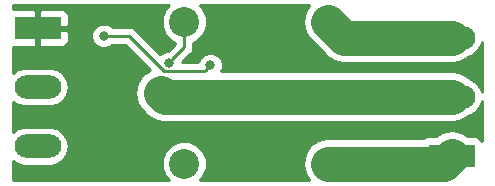
<source format=gbl>
G04 #@! TF.GenerationSoftware,KiCad,Pcbnew,(2018-02-16 revision c95340fba)-makepkg*
G04 #@! TF.CreationDate,2018-05-26T17:23:00+02:00*
G04 #@! TF.ProjectId,lin_bb,6C696E5F62622E6B696361645F706362,rev?*
G04 #@! TF.SameCoordinates,PX7d54dd0PY6718300*
G04 #@! TF.FileFunction,Copper,L2,Bot,Signal*
G04 #@! TF.FilePolarity,Positive*
%FSLAX46Y46*%
G04 Gerber Fmt 4.6, Leading zero omitted, Abs format (unit mm)*
G04 Created by KiCad (PCBNEW (2018-02-16 revision c95340fba)-makepkg) date 05/26/18 17:23:00*
%MOMM*%
%LPD*%
G01*
G04 APERTURE LIST*
%ADD10O,3.960000X1.980000*%
%ADD11R,3.960000X1.980000*%
%ADD12C,2.540000*%
%ADD13C,0.800000*%
%ADD14C,0.500000*%
%ADD15C,0.250000*%
%ADD16C,3.000000*%
%ADD17C,0.254000*%
G04 APERTURE END LIST*
D10*
X6502400Y-12768600D03*
X6502400Y-7768600D03*
D11*
X6502400Y-2768600D03*
D10*
X41554400Y-3563600D03*
X41554400Y-8563600D03*
D11*
X41554400Y-13563600D03*
D12*
X31116400Y-14229600D03*
X16916400Y-8229600D03*
X31116400Y-2229600D03*
X18916400Y-14229600D03*
X18916400Y-2229600D03*
D13*
X22961600Y-11120750D03*
X41490900Y-11023600D03*
X41427400Y-6070600D03*
X21615400Y-2260600D03*
X14376400Y-8229600D03*
X13614400Y-14579600D03*
X26060400Y-4419600D03*
X27330400Y-14579600D03*
X21132800Y-5906610D03*
X12090400Y-3403600D03*
X17605709Y-5702592D03*
D14*
X22961600Y-11120750D02*
X17017345Y-11120750D01*
X23871550Y-11120750D02*
X22961600Y-11120750D01*
X27330400Y-14579600D02*
X23871550Y-11120750D01*
X17017345Y-11120750D02*
X13621995Y-14516100D01*
X13621995Y-14516100D02*
X13550900Y-14516100D01*
X13550900Y-14516100D02*
X13614400Y-14579600D01*
D15*
X13360400Y-14325600D02*
X13614400Y-14579600D01*
D16*
X41554400Y-3563600D02*
X32450400Y-3563600D01*
X32450400Y-3563600D02*
X31116400Y-2229600D01*
X41554400Y-8563600D02*
X17250400Y-8563600D01*
X17250400Y-8563600D02*
X16916400Y-8229600D01*
X31116400Y-14229600D02*
X40888400Y-14229600D01*
X40888400Y-14229600D02*
X41554400Y-13563600D01*
D15*
X14214679Y-3403600D02*
X17238681Y-6427602D01*
X17238681Y-6427602D02*
X20611808Y-6427602D01*
X20732801Y-6306609D02*
X21132800Y-5906610D01*
X20611808Y-6427602D02*
X20732801Y-6306609D01*
X12090400Y-3403600D02*
X14214679Y-3403600D01*
X18916400Y-2229600D02*
X18916400Y-4391901D01*
X18005708Y-5302593D02*
X17605709Y-5702592D01*
X18916400Y-4391901D02*
X18005708Y-5302593D01*
D17*
G36*
X17301419Y-1150504D02*
X17011400Y-1850672D01*
X17011400Y-2608528D01*
X17301419Y-3308696D01*
X17837304Y-3844581D01*
X18156401Y-3976755D01*
X18156401Y-4077098D01*
X17565908Y-4667592D01*
X17399835Y-4667592D01*
X17019429Y-4825161D01*
X16865235Y-4979355D01*
X14805010Y-2919130D01*
X14762608Y-2855671D01*
X14511216Y-2687696D01*
X14289531Y-2643600D01*
X14289526Y-2643600D01*
X14214679Y-2628712D01*
X14139832Y-2643600D01*
X12794111Y-2643600D01*
X12676680Y-2526169D01*
X12296274Y-2368600D01*
X11884526Y-2368600D01*
X11504120Y-2526169D01*
X11212969Y-2817320D01*
X11055400Y-3197726D01*
X11055400Y-3609474D01*
X11212969Y-3989880D01*
X11504120Y-4281031D01*
X11884526Y-4438600D01*
X12296274Y-4438600D01*
X12676680Y-4281031D01*
X12794111Y-4163600D01*
X13899878Y-4163600D01*
X16006267Y-6269989D01*
X15377151Y-6690351D01*
X14905274Y-7396565D01*
X14739574Y-8229600D01*
X14905274Y-9062635D01*
X15258038Y-9590583D01*
X15592036Y-9924581D01*
X15711151Y-10102849D01*
X16417364Y-10574726D01*
X17040121Y-10698600D01*
X17040125Y-10698600D01*
X17250399Y-10740426D01*
X17460674Y-10698600D01*
X41764679Y-10698600D01*
X42387436Y-10574726D01*
X43075890Y-10114715D01*
X43178443Y-10094316D01*
X43715959Y-9735159D01*
X44075116Y-9197643D01*
X44121400Y-8964955D01*
X44121400Y-12309138D01*
X43992209Y-12115791D01*
X43782165Y-11975443D01*
X43534400Y-11926160D01*
X42946694Y-11926160D01*
X42387435Y-11552474D01*
X41554399Y-11386774D01*
X40721365Y-11552474D01*
X40193417Y-11905238D01*
X40172495Y-11926160D01*
X39574400Y-11926160D01*
X39326635Y-11975443D01*
X39148305Y-12094600D01*
X30906121Y-12094600D01*
X30283364Y-12218474D01*
X29577151Y-12690351D01*
X29105274Y-13396564D01*
X28939573Y-14229600D01*
X29105274Y-15062636D01*
X29479430Y-15622600D01*
X20217477Y-15622600D01*
X20531381Y-15308696D01*
X20821400Y-14608528D01*
X20821400Y-13850672D01*
X20531381Y-13150504D01*
X19995496Y-12614619D01*
X19295328Y-12324600D01*
X18537472Y-12324600D01*
X17837304Y-12614619D01*
X17301419Y-13150504D01*
X17011400Y-13850672D01*
X17011400Y-14608528D01*
X17301419Y-15308696D01*
X17615323Y-15622600D01*
X4443400Y-15622600D01*
X4443400Y-14008687D01*
X4878357Y-14299316D01*
X5352355Y-14393600D01*
X7652445Y-14393600D01*
X8126443Y-14299316D01*
X8663959Y-13940159D01*
X9023116Y-13402643D01*
X9149235Y-12768600D01*
X9023116Y-12134557D01*
X8663959Y-11597041D01*
X8126443Y-11237884D01*
X7652445Y-11143600D01*
X5352355Y-11143600D01*
X4878357Y-11237884D01*
X4443400Y-11528513D01*
X4443400Y-9008687D01*
X4878357Y-9299316D01*
X5352355Y-9393600D01*
X7652445Y-9393600D01*
X8126443Y-9299316D01*
X8663959Y-8940159D01*
X9023116Y-8402643D01*
X9149235Y-7768600D01*
X9023116Y-7134557D01*
X8663959Y-6597041D01*
X8126443Y-6237884D01*
X7652445Y-6143600D01*
X5352355Y-6143600D01*
X4878357Y-6237884D01*
X4443400Y-6528513D01*
X4443400Y-4393600D01*
X6216650Y-4393600D01*
X6375400Y-4234850D01*
X6375400Y-2895600D01*
X6629400Y-2895600D01*
X6629400Y-4234850D01*
X6788150Y-4393600D01*
X8608710Y-4393600D01*
X8842099Y-4296927D01*
X9020727Y-4118298D01*
X9117400Y-3884909D01*
X9117400Y-3054350D01*
X8958650Y-2895600D01*
X6629400Y-2895600D01*
X6375400Y-2895600D01*
X6355400Y-2895600D01*
X6355400Y-2641600D01*
X6375400Y-2641600D01*
X6375400Y-1302350D01*
X6629400Y-1302350D01*
X6629400Y-2641600D01*
X8958650Y-2641600D01*
X9117400Y-2482850D01*
X9117400Y-1652291D01*
X9020727Y-1418902D01*
X8842099Y-1240273D01*
X8608710Y-1143600D01*
X6788150Y-1143600D01*
X6629400Y-1302350D01*
X6375400Y-1302350D01*
X6216650Y-1143600D01*
X4443400Y-1143600D01*
X4443400Y-836600D01*
X17615323Y-836600D01*
X17301419Y-1150504D01*
X17301419Y-1150504D01*
G37*
X17301419Y-1150504D02*
X17011400Y-1850672D01*
X17011400Y-2608528D01*
X17301419Y-3308696D01*
X17837304Y-3844581D01*
X18156401Y-3976755D01*
X18156401Y-4077098D01*
X17565908Y-4667592D01*
X17399835Y-4667592D01*
X17019429Y-4825161D01*
X16865235Y-4979355D01*
X14805010Y-2919130D01*
X14762608Y-2855671D01*
X14511216Y-2687696D01*
X14289531Y-2643600D01*
X14289526Y-2643600D01*
X14214679Y-2628712D01*
X14139832Y-2643600D01*
X12794111Y-2643600D01*
X12676680Y-2526169D01*
X12296274Y-2368600D01*
X11884526Y-2368600D01*
X11504120Y-2526169D01*
X11212969Y-2817320D01*
X11055400Y-3197726D01*
X11055400Y-3609474D01*
X11212969Y-3989880D01*
X11504120Y-4281031D01*
X11884526Y-4438600D01*
X12296274Y-4438600D01*
X12676680Y-4281031D01*
X12794111Y-4163600D01*
X13899878Y-4163600D01*
X16006267Y-6269989D01*
X15377151Y-6690351D01*
X14905274Y-7396565D01*
X14739574Y-8229600D01*
X14905274Y-9062635D01*
X15258038Y-9590583D01*
X15592036Y-9924581D01*
X15711151Y-10102849D01*
X16417364Y-10574726D01*
X17040121Y-10698600D01*
X17040125Y-10698600D01*
X17250399Y-10740426D01*
X17460674Y-10698600D01*
X41764679Y-10698600D01*
X42387436Y-10574726D01*
X43075890Y-10114715D01*
X43178443Y-10094316D01*
X43715959Y-9735159D01*
X44075116Y-9197643D01*
X44121400Y-8964955D01*
X44121400Y-12309138D01*
X43992209Y-12115791D01*
X43782165Y-11975443D01*
X43534400Y-11926160D01*
X42946694Y-11926160D01*
X42387435Y-11552474D01*
X41554399Y-11386774D01*
X40721365Y-11552474D01*
X40193417Y-11905238D01*
X40172495Y-11926160D01*
X39574400Y-11926160D01*
X39326635Y-11975443D01*
X39148305Y-12094600D01*
X30906121Y-12094600D01*
X30283364Y-12218474D01*
X29577151Y-12690351D01*
X29105274Y-13396564D01*
X28939573Y-14229600D01*
X29105274Y-15062636D01*
X29479430Y-15622600D01*
X20217477Y-15622600D01*
X20531381Y-15308696D01*
X20821400Y-14608528D01*
X20821400Y-13850672D01*
X20531381Y-13150504D01*
X19995496Y-12614619D01*
X19295328Y-12324600D01*
X18537472Y-12324600D01*
X17837304Y-12614619D01*
X17301419Y-13150504D01*
X17011400Y-13850672D01*
X17011400Y-14608528D01*
X17301419Y-15308696D01*
X17615323Y-15622600D01*
X4443400Y-15622600D01*
X4443400Y-14008687D01*
X4878357Y-14299316D01*
X5352355Y-14393600D01*
X7652445Y-14393600D01*
X8126443Y-14299316D01*
X8663959Y-13940159D01*
X9023116Y-13402643D01*
X9149235Y-12768600D01*
X9023116Y-12134557D01*
X8663959Y-11597041D01*
X8126443Y-11237884D01*
X7652445Y-11143600D01*
X5352355Y-11143600D01*
X4878357Y-11237884D01*
X4443400Y-11528513D01*
X4443400Y-9008687D01*
X4878357Y-9299316D01*
X5352355Y-9393600D01*
X7652445Y-9393600D01*
X8126443Y-9299316D01*
X8663959Y-8940159D01*
X9023116Y-8402643D01*
X9149235Y-7768600D01*
X9023116Y-7134557D01*
X8663959Y-6597041D01*
X8126443Y-6237884D01*
X7652445Y-6143600D01*
X5352355Y-6143600D01*
X4878357Y-6237884D01*
X4443400Y-6528513D01*
X4443400Y-4393600D01*
X6216650Y-4393600D01*
X6375400Y-4234850D01*
X6375400Y-2895600D01*
X6629400Y-2895600D01*
X6629400Y-4234850D01*
X6788150Y-4393600D01*
X8608710Y-4393600D01*
X8842099Y-4296927D01*
X9020727Y-4118298D01*
X9117400Y-3884909D01*
X9117400Y-3054350D01*
X8958650Y-2895600D01*
X6629400Y-2895600D01*
X6375400Y-2895600D01*
X6355400Y-2895600D01*
X6355400Y-2641600D01*
X6375400Y-2641600D01*
X6375400Y-1302350D01*
X6629400Y-1302350D01*
X6629400Y-2641600D01*
X8958650Y-2641600D01*
X9117400Y-2482850D01*
X9117400Y-1652291D01*
X9020727Y-1418902D01*
X8842099Y-1240273D01*
X8608710Y-1143600D01*
X6788150Y-1143600D01*
X6629400Y-1302350D01*
X6375400Y-1302350D01*
X6216650Y-1143600D01*
X4443400Y-1143600D01*
X4443400Y-836600D01*
X17615323Y-836600D01*
X17301419Y-1150504D01*
G36*
X29105274Y-1396565D02*
X28939574Y-2229600D01*
X29105274Y-3062635D01*
X29458038Y-3590583D01*
X30792036Y-4924581D01*
X30911151Y-5102849D01*
X31617364Y-5574726D01*
X32240121Y-5698600D01*
X32240125Y-5698600D01*
X32450400Y-5740426D01*
X32660675Y-5698600D01*
X41764679Y-5698600D01*
X42387436Y-5574726D01*
X43075890Y-5114715D01*
X43178443Y-5094316D01*
X43715959Y-4735159D01*
X44075116Y-4197643D01*
X44121401Y-3964954D01*
X44121401Y-8162245D01*
X44075116Y-7929557D01*
X43715959Y-7392041D01*
X43178443Y-7032884D01*
X43075890Y-7012485D01*
X42387436Y-6552474D01*
X41764679Y-6428600D01*
X22036861Y-6428600D01*
X22167800Y-6112484D01*
X22167800Y-5700736D01*
X22010231Y-5320330D01*
X21719080Y-5029179D01*
X21338674Y-4871610D01*
X20926926Y-4871610D01*
X20546520Y-5029179D01*
X20255369Y-5320330D01*
X20111525Y-5667602D01*
X18715500Y-5667602D01*
X19400873Y-4982230D01*
X19464329Y-4939830D01*
X19632304Y-4688438D01*
X19676400Y-4466753D01*
X19676400Y-4466748D01*
X19691288Y-4391901D01*
X19676400Y-4317054D01*
X19676400Y-3976755D01*
X19995496Y-3844581D01*
X20531381Y-3308696D01*
X20821400Y-2608528D01*
X20821400Y-1850672D01*
X20531381Y-1150504D01*
X20217477Y-836600D01*
X29479431Y-836600D01*
X29105274Y-1396565D01*
X29105274Y-1396565D01*
G37*
X29105274Y-1396565D02*
X28939574Y-2229600D01*
X29105274Y-3062635D01*
X29458038Y-3590583D01*
X30792036Y-4924581D01*
X30911151Y-5102849D01*
X31617364Y-5574726D01*
X32240121Y-5698600D01*
X32240125Y-5698600D01*
X32450400Y-5740426D01*
X32660675Y-5698600D01*
X41764679Y-5698600D01*
X42387436Y-5574726D01*
X43075890Y-5114715D01*
X43178443Y-5094316D01*
X43715959Y-4735159D01*
X44075116Y-4197643D01*
X44121401Y-3964954D01*
X44121401Y-8162245D01*
X44075116Y-7929557D01*
X43715959Y-7392041D01*
X43178443Y-7032884D01*
X43075890Y-7012485D01*
X42387436Y-6552474D01*
X41764679Y-6428600D01*
X22036861Y-6428600D01*
X22167800Y-6112484D01*
X22167800Y-5700736D01*
X22010231Y-5320330D01*
X21719080Y-5029179D01*
X21338674Y-4871610D01*
X20926926Y-4871610D01*
X20546520Y-5029179D01*
X20255369Y-5320330D01*
X20111525Y-5667602D01*
X18715500Y-5667602D01*
X19400873Y-4982230D01*
X19464329Y-4939830D01*
X19632304Y-4688438D01*
X19676400Y-4466753D01*
X19676400Y-4466748D01*
X19691288Y-4391901D01*
X19676400Y-4317054D01*
X19676400Y-3976755D01*
X19995496Y-3844581D01*
X20531381Y-3308696D01*
X20821400Y-2608528D01*
X20821400Y-1850672D01*
X20531381Y-1150504D01*
X20217477Y-836600D01*
X29479431Y-836600D01*
X29105274Y-1396565D01*
M02*

</source>
